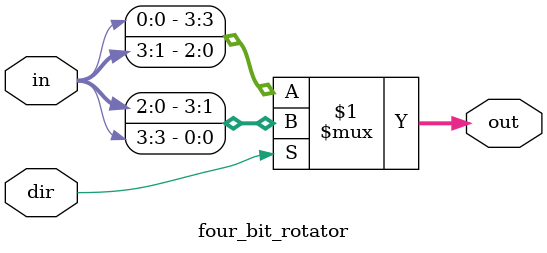
<source format=v>
module four_bit_rotator(
	in,
	dir,
	out
);// rotator shifter -  same as regular, but sets MSB value to LSB and vice versa.

	input  [3:0]  in;
	input 		 dir;
	
	output [3:0] out;			 
	
	assign out = dir ? {in[2:0], in[3]} : {in[0], in[3:1]};

endmodule 
</source>
